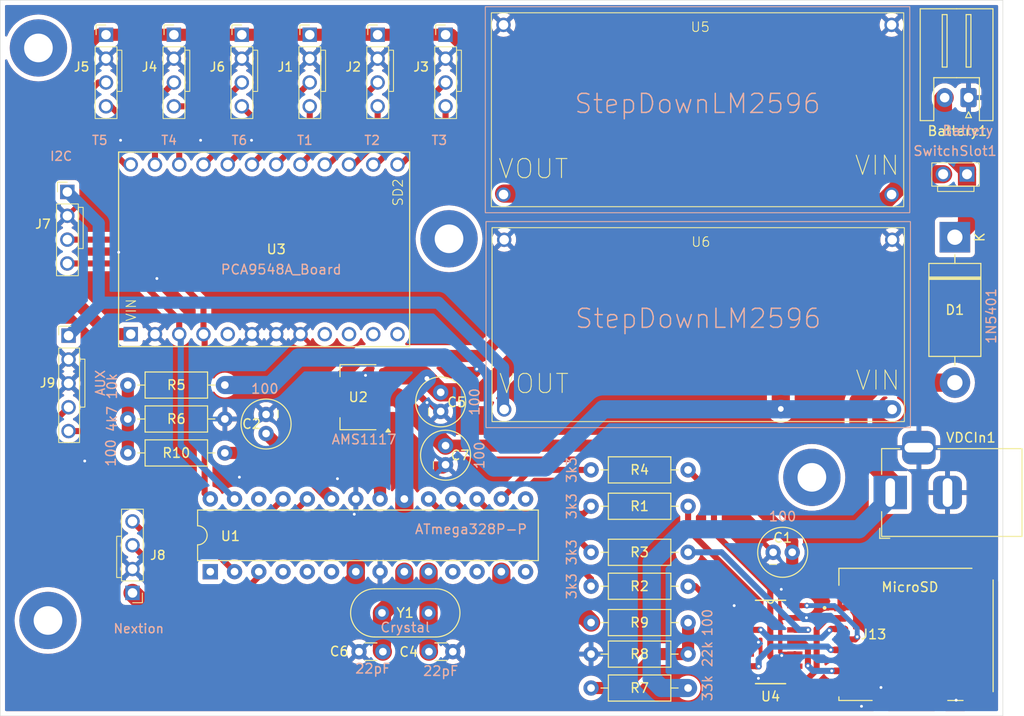
<source format=kicad_pcb>
(kicad_pcb (version 20240108) (generator "pcbnew") (generator_version "8.0")
  (layers (0 "F.Cu" signal) (31 "B.Cu" signal) (34 "B.Paste" user) (35 "F.Paste" user) (36 "B.SilkS" user "B.Silkscreen") (37 "F.SilkS" user "F.Silkscreen") (38 "B.Mask" user) (39 "F.Mask" user) (44 "Edge.Cuts" user))
  (net 0 "")
  (net 1 "Net-(D1-K)")
  (net 2 "Net-(D1-A)")
  (net 3 "3V3DC")
  (net 4 "5VDC")
  (net 5 "Chg_Indicator")
  (net 6 "Net-(U1-AREF)")
  (net 7 "Net-(U1-XTAL2{slash}PB7)")
  (net 8 "Net-(U1-XTAL1{slash}PB6)")
  (net 9 "CLK")
  (net 11 "MISO")
  (net 12 "Bat_Measure")
  (net 13 "CS")
  (net 14 "RX")
  (net 15 "TX")
  (net 16 "MOSI")
  (net 17 "AUX1")
  (net 18 "Net-(U4-B0)")
  (net 19 "Net-(U4-B1)")
  (net 20 "Net-(U4-B2)")
  (net 21 "SCL")
  (net 22 "AUX2")
  (net 23 "SDA")
  (net 24 "Net-(U4-B3)")
  (net 27 "CLK_L")
  (net 28 "MISO_L")
  (net 29 "CS_L")
  (net 30 "MOSI_L")
  (net 32 "VBatt")
  (net 33 "7V5DC")
  (net 40 "SDA2")
  (net 42 "SDA4")
  (net 43 "SCL5")
  (net 44 "SCL3")
  (net 45 "SCL0")
  (net 46 "SDA1")
  (net 47 "SDA5")
  (net 48 "SCL4")
  (net 49 "SDA3")
  (net 50 "SCL1")
  (net 51 "SCL2")
  (net 52 "SDA0")
  (net 53 "Net-(R10-Pad2)")
  (net 54 "Net-(R7-Pad2)")
  (net 59 "GND")
  (footprint "Project_Fania_Ersa:JST_B4B-XH-A_LF__SN_" (layer "F.Cu") (at 123.369315 70.205685 90)
    (property "Reference" "J6")
    (property "Value" "T6")
  )
  (footprint "Capacitor_THT:C_Disc_D3.0mm_W1.6mm_P2.50mm" (layer "F.Cu") (at 143.492315 131.105685)
    (property "Reference" "C4")
    (property "Value" "22pF")
  )
  (footprint "Project_Fania_Ersa:JST_B4B-XH-A_LF__SN_" (layer "F.Cu") (at 109.145315 70.205685 90)
    (property "Reference" "J5")
    (property "Value" "T5")
  )
  (footprint "" (layer "F.Cu") (at 183.594715 112.836685)
    (property "Reference" "")
    (property "Value" "")
  )
  (footprint "Project_Fania_Ersa:JST_B5B-XH-A_LF__SN_" (layer "F.Cu") (at 105.225 102.99 90)
    (property "Reference" "J9")
    (property "Value" "AUX")
  )
  (footprint "Project_Fania_Ersa:SOIC127P600X175-14N" (layer "F.Cu") (at 179.266315 130.089685)
    (property "Reference" "U4")
    (property "Value" "IC-SD")
  )
  (footprint "Package_DIP:DIP-28_W7.62mm" (layer "F.Cu") (at 120.592315 122.723685 90)
    (property "Reference" "U1")
    (property "Value" "ATmega328P-P")
  )
  (footprint "Project_Fania_Ersa:JST_B4B-XH-A_LF__SN_" (layer "F.Cu") (at 137.593315 70.205685 90)
    (property "Reference" "J2")
    (property "Value" "T2")
  )
  (footprint "Resistor_THT:R_Axial_DIN0207_L6.3mm_D2.5mm_P10.16mm_Horizontal" (layer "F.Cu") (at 122.116315 110.277685 180)
    (property "Reference" "R10")
    (property "Value" "100")
  )
  (footprint "Resistor_THT:R_Axial_DIN0207_L6.3mm_D2.5mm_P10.16mm_Horizontal" (layer "F.Cu") (at 122.116315 103.165685 180)
    (property "Reference" "R5")
    (property "Value" "10k")
  )
  (footprint "Project_Fania_Ersa:HRS_DM3AT-SF-PEJM5" (layer "F.Cu") (at 194.5 129.295 90)
    (property "Reference" "J13")
    (property "Value" "MicroSD")
  )
  (footprint "Capacitor_THT:C_Disc_D3.0mm_W1.6mm_P2.50mm" (layer "F.Cu") (at 138.666315 131.105685 180)
    (property "Reference" "C6")
    (property "Value" "22pF")
  )
  (footprint "Package_TO_SOT_SMD:SOT-223-3_TabPin2" (layer "F.Cu") (at 136.086315 104.435685 180)
    (property "Reference" "U2")
    (property "Value" "AMS1117")
  )
  (footprint "" (layer "F.Cu") (at 102.594715 67.836685)
    (property "Reference" "")
    (property "Value" "")
  )
  (footprint "Project_Fania_Ersa:JST_B4B-XH-A_LF__SN_" (layer "F.Cu") (at 112.972315 121.199685 -90)
    (property "Reference" "J8")
    (property "Value" "Nextion")
  )
  (footprint "Resistor_THT:R_Axial_DIN0207_L6.3mm_D2.5mm_P10.16mm_Horizontal" (layer "F.Cu") (at 160.470315 128.057685)
    (property "Reference" "R9")
    (property "Value" "100")
  )
  (footprint "Resistor_THT:R_Axial_DIN0207_L6.3mm_D2.5mm_P10.16mm_Horizontal" (layer "F.Cu") (at 160.470315 124.247685)
    (property "Reference" "R2")
    (property "Value" "3k3")
  )
  (footprint "" (layer "F.Cu") (at 145.594715 87.836685)
    (property "Reference" "")
    (property "Value" "")
  )
  (footprint "Resistor_THT:R_Axial_DIN0207_L6.3mm_D2.5mm_P10.16mm_Horizontal" (layer "F.Cu") (at 160.470315 115.865685)
    (property "Reference" "R1")
    (property "Value" "3k3")
  )
  (footprint "" (layer "F.Cu") (at 103.594715 127.836685)
    (property "Reference" "")
    (property "Value" "")
  )
  (footprint "Connector_JST:JST_XH_S2B-XH-A_1x02_P2.50mm_Horizontal" (layer "F.Cu") (at 200 73.041285 180)
    (property "Reference" "Battery1")
    (property "Value" "Battery")
  )
  (footprint "Project_Fania_Ersa:JST_B4B-XH-A_LF__SN_" (layer "F.Cu") (at 116.257315 70.205685 90)
    (property "Reference" "J4")
    (property "Value" "T4")
  )
  (footprint "Connector_BarrelJack:BarrelJack_Horizontal" (layer "F.Cu") (at 191.799 114.428 180)
    (property "Reference" "VDCIn1")
    (property "Value" "12VDC In")
  )
  (footprint "Resistor_THT:R_Axial_DIN0207_L6.3mm_D2.5mm_P10.16mm_Horizontal" (layer "F.Cu") (at 170.630315 134.915685 180)
    (property "Reference" "R7")
    (property "Value" "33k")
  )
  (footprint "Capacitor_THT:C_Radial_D5.0mm_H11.0mm_P2.00mm" (layer "F.Cu") (at 145.230315 109.515685 -90)
    (property "Reference" "C7")
    (property "Value" "100")
  )
  (footprint "Capacitor_THT:C_Radial_D5.0mm_H11.0mm_P2.00mm" (layer "F.Cu") (at 126.434315 108.245685 90)
    (property "Reference" "C2")
    (property "Value" "100")
  )
  (footprint "Resistor_THT:R_Axial_DIN0207_L6.3mm_D2.5mm_P10.16mm_Horizontal" (layer "F.Cu") (at 160.470315 120.691685)
    (property "Reference" "R3")
    (property "Value" "3k3")
  )
  (footprint "Project_Fania_Ersa:JST_B4B-XH-A_LF__SN_" (layer "F.Cu") (at 130.481315 70.205685 90)
    (property "Reference" "J1")
    (property "Value" "T1")
  )
  (footprint "Capacitor_THT:C_Radial_D5.0mm_H11.0mm_P2.00mm" (layer "F.Cu") (at 181.536315 120.691685 180)
    (property "Reference" "C1")
    (property "Value" "100")
  )
  (footprint "Resistor_THT:R_Axial_DIN0207_L6.3mm_D2.5mm_P10.16mm_Horizontal" (layer "F.Cu") (at 111.956315 106.721685)
    (property "Reference" "R6")
    (property "Value" "4k7")
  )
  (footprint "Resistor_THT:R_Axial_DIN0207_L6.3mm_D2.5mm_P10.16mm_Horizontal" (layer "F.Cu") (at 160.470315 112.055685)
    (property "Reference" "R4")
    (property "Value" "3k3")
  )
  (footprint "Project_Fania_Ersa:JST_B2B-XH-A" (layer "F.Cu") (at 198.590315 80.542685)
    (property "Reference" "SwitchSlot1")
    (property "Value" "Switch")
  )
  (footprint "Project_Fania_Ersa:JST_B4B-XH-A_LF__SN_" (layer "F.Cu") (at 105.098315 86.675685 90)
    (property "Reference" "J7")
    (property "Value" "I2C")
  )
  (footprint "Project_Fania_Ersa:JST_B4B-XH-A_LF__SN_" (layer "F.Cu") (at 144.705315 70.205685 90)
    (property "Reference" "J3")
    (property "Value" "T3")
  )
  (footprint "Resistor_THT:R_Axial_DIN0207_L6.3mm_D2.5mm_P10.16mm_Horizontal" (layer "F.Cu") (at 170.630315 131.359685 180)
    (property "Reference" "R8")
    (property "Value" "22k")
  )
  (footprint "Capacitor_THT:C_Radial_D5.0mm_H11.0mm_P2.00mm" (layer "F.Cu") (at 144.722315 103.927685 -90)
    (property "Reference" "C5")
    (property "Value" "100")
  )
  (footprint "Crystal:Crystal_HC49-4H_Vertical" (layer "F.Cu") (at 143.452315 127.041685 180)
    (property "Reference" "Y1")
    (property "Value" "Crystal")
  )
  (footprint "Project_Fania_Ersa:PCA9548A" (layer "F.Cu") (at 127.5 88.941685 90)
    (property "Reference" "U3")
    (property "Value" "PCA9548A_Board")
  )
  (footprint "Project_Fania_Ersa:Step_Down_DCDC" (layer "F.Cu") (at 171.62 74.31)
    (property "Reference" "U5")
    (property "Value" "StepDownLM2596")
  )
  (footprint "Project_Fania_Ersa:Step_Down_DCDC" (layer "F.Cu") (at 171.69 96.83)
    (property "Reference" "U6")
    (property "Value" "StepDownLM2596")
  )
  (footprint "Diode_THT:D_DO-201AD_P15.24mm_Horizontal" (layer "F.Cu") (at 198.570315 87.671685 -90)
    (property "Reference" "D1")
    (property "Value" "1N5401")
  )
  (gr_rect (start 98.594715 62.836685) (end 203.594715 137.836685) (stroke (width 0.05)) (fill none) (layer "Edge.Cuts"))
  (segment (start 197.5 73.041285) (end 197.320315 73.22097) (width 1.905) (layer "F.Cu") (net 1))
  (segment (start 198.570315 87.671685) (end 199.840315 86.401685) (width 1.905) (layer "F.Cu") (net 1))
  (segment (start 199.840315 86.401685) (end 199.840315 81.067685) (width 1.905) (layer "F.Cu") (net 1))
  (segment (start 197.320315 73.22097) (end 197.320315 78.070765) (width 1.905) (layer "F.Cu") (net 1))
  (segment (start 197.320315 78.070765) (end 199.840315 80.590765) (width 1.905) (layer "F.Cu") (net 1))
  (segment (start 199.840315 80.590765) (end 199.840315 81.067685) (width 1.905) (layer "F.Cu") (net 1))
  (segment (start 198.570315 102.911685) (end 198.088315 102.911685) (width 1.27) (layer "F.Cu") (net 2))
  (segment (start 198.570315 102.911685) (end 190.458315 102.911685) (width 1.905) (layer "F.Cu") (net 2))
  (segment (start 192.09 113.477) (end 192.09 115.065) (width 1.905) (layer "F.Cu") (net 2))
  (segment (start 188.468 104.902) (end 188.468 109.855) (width 1.905) (layer "F.Cu") (net 2))
  (segment (start 190.458315 102.911685) (end 188.468 104.902) (width 1.905) (layer "F.Cu") (net 2))
  (segment (start 188.468 109.855) (end 192.09 113.477) (width 1.905) (layer "F.Cu") (net 2))
  (segment (start 188.506315 118.278685) (end 191.799 114.986) (width 1.905) (layer "B.Cu") (net 2))
  (segment (start 170.630315 134.915685) (end 167.836315 134.915685) (width 1.905) (layer "B.Cu") (net 2))
  (segment (start 167.836315 134.915685) (end 166.820315 133.899685) (width 1.905) (layer "B.Cu") (net 2))
  (segment (start 166.820315 121.740433) (end 170.282063 118.278685) (width 1.905) (layer "B.Cu") (net 2))
  (segment (start 170.282063 118.278685) (end 188.506315 118.278685) (width 1.905) (layer "B.Cu") (net 2))
  (segment (start 191.799 114.986) (end 191.799 114.428) (width 1.905) (layer "B.Cu") (net 2))
  (segment (start 166.820315 133.899685) (end 166.820315 121.740433) (width 1.905) (layer "B.Cu") (net 2))
  (segment (start 145.230315 109.515685) (end 171.491685 109.515685) (width 1.27) (layer "F.Cu") (net 3))
  (segment (start 188.341 129.55) (end 188.341 129.60163) (width 0.635) (layer "F.Cu") (net 3))
  (segment (start 147.770315 82.746315) (end 150.604 85.58) (width 1.27) (layer "F.Cu") (net 3))
  (segment (start 147.770315 68.367685) (end 147.770315 82.746315) (width 1.27) (layer "F.Cu") (net 3))
  (segment (start 103.320315 74.359685) (end 103.320315 91.227685) (width 1.27) (layer "F.Cu") (net 3))
  (segment (start 145.230315 66.455685) (end 145.858315 66.455685) (width 1.27) (layer "F.Cu") (net 3))
  (segment (start 181.806315 126.279685) (end 183.076315 126.279685) (width 0.508) (layer "F.Cu") (net 3))
  (segment (start 181.536315 120.691685) (end 181.536315 126.009685) (width 1.27) (layer "F.Cu") (net 3))
  (segment (start 140.150315 104.435685) (end 145.230315 109.515685) (width 1.905) (layer "F.Cu") (net 3))
  (segment (start 108.844315 66.455685) (end 107.73 67.57) (width 1.27) (layer "F.Cu") (net 3))
  (segment (start 152.41 85.58) (end 155 88.17) (width 1.27) (layer "F.Cu") (net 3))
  (segment (start 132.936315 104.435685) (end 139.236315 104.435685) (width 1.905) (layer "F.Cu") (net 3))
  (segment (start 108.96007 66.455685) (end 108.844315 66.455685) (width 0.508) (layer "F.Cu") (net 3))
  (segment (start 109.670315 66.455685) (end 108.96007 66.455685) (width 1.27) (layer "F.Cu") (net 3))
  (segment (start 150.604 85.58) (end 152.41 85.58) (width 1.27) (layer "F.Cu") (net 3))
  (segment (start 155 94.11) (end 148.992315 100.117685) (width 1.27) (layer "F.Cu") (net 3))
  (segment (start 145.858315 66.455685) (end 147.770315 68.367685) (width 1.27) (layer "F.Cu") (net 3))
  (segment (start 139.236315 104.435685) (end 140.150315 104.435685) (width 1.905) (layer "F.Cu") (net 3))
  (segment (start 155 88.17) (end 155 94.11) (width 1.27) (layer "F.Cu") (net 3))
  (segment (start 148.992315 100.117685) (end 136.492315 100.117685) (width 1.27) (layer "F.Cu") (net 3))
  (segment (start 181.536315 119.560315) (end 181.536315 120.691685) (width 1.27) (layer "F.Cu") (net 3))
  (segment (start 109.924315 97.831685) (end 112.26 97.831685) (width 1.27) (layer "F.Cu") (net 3))
  (segment (start 136.492315 100.117685) (end 132.936315 103.673685) (width 1.27) (layer "F.Cu") (net 3))
  (segment (start 187.093 129.82) (end 187.084 129.829) (width 0.635) (layer "F.Cu") (net 3))
  (segment (start 103.320315 91.227685) (end 109.924315 97.831685) (width 1.27) (layer "F.Cu") (net 3))
  (segment (start 107.73 67.57) (end 107.73 69.95) (width 1.27) (layer "F.Cu") (net 3))
  (segment (start 188.341 129.60163) (end 188.12263 129.82) (width 0.635) (layer "F.Cu") (net 3))
  (segment (start 171.491685 109.515685) (end 181.536315 119.560315) (width 1.27) (layer "F.Cu") (net 3))
  (segment (start 188.12263 129.82) (end 187.093 129.82) (width 0.635) (layer "F.Cu") (net 3))
  (segment (start 109.670315 66.455685) (end 145.230315 66.455685) (width 1.27) (layer "F.Cu") (net 3))
  (segment (start 107.73 69.95) (end 103.320315 74.359685) (width 1.27) (layer "F.Cu") (net 3))
  (via (at 183.076315 126.279685) (size 0.6) (drill 0.3) (layers "F.Cu" "B.Cu") (net 3))
  (via (at 188.341 129.55) (size 0.6) (drill 0.3) (layers "F.Cu" "B.Cu") (net 3))
  (segment (start 188.341 129.55) (end 188.341 128.651) (width 0.508) (layer "B.Cu") (net 3))
  (segment (start 188.341 128.651) (end 185.969685 126.279685) (width 0.508) (layer "B.Cu") (net 3))
  (segment (start 185.969685 126.279685) (end 183.076315 126.279685) (width 0.508) (layer "B.Cu") (net 3))
  (segment (start 113.469315 125.971685) (end 113.469315 126.014685) (width 1.905) (layer "F.Cu") (net 4))
  (segment (start 135.832315 123.485685) (end 135.832315 122.723685) (width 1.905) (layer "F.Cu") (net 4))
  (segment (start 149.032315 103.927685) (end 158.06 94.9) (width 1.905) (layer "F.Cu") (net 4))
  (segment (start 137.069567 119.167685) (end 139.642315 119.167685) (width 1.905) (layer "F.Cu") (net 4))
  (segment (start 131.260315 128.057685) (end 135.832315 123.485685) (width 1.905) (layer "F.Cu") (net 4))
  (segment (start 135.832315 120.404937) (end 137.069567 119.167685) (width 1.905) (layer "F.Cu") (net 4))
  (segment (start 143.28 102.48537) (end 144.722315 103.927685) (width 1.905) (layer "F.Cu") (net 4))
  (segment (start 113.469315 126.014685) (end 115.512315 128.057685) (width 1.905) (layer "F.Cu") (net 4))
  (segment (start 143.28 102.48537) (end 142.944315 102.149685) (width 1.905) (layer "F.Cu") (net 4))
  (segment (start 135.832315 122.723685) (end 135.832315 120.404937) (width 1.905) (layer "F.Cu") (net 4))
  (segment (start 158.06 94.9) (end 158.06 87.08) (width 1.905) (layer "F.Cu") (net 4))
  (segment (start 144.722315 103.927685) (end 149.032315 103.927685) (width 1.905) (layer "F.Cu") (net 4))
  (segment (start 139.250315 102.149685) (end 139.236315 102.135685) (width 1.905) (layer "F.Cu") (net 4))
  (segment (start 140.912315 117.897685) (end 140.912315 115.103685) (width 1.905) (layer "F.Cu") (net 4))
  (segment (start 115.512315 128.057685) (end 131.260315 128.057685) (width 1.905) (layer "F.Cu") (net 4))
  (segment (start 139.642315 119.167685) (end 140.912315 117.897685) (width 1.905) (layer "F.Cu") (net 4))
  (segment (start 158.06 87.08) (end 154.079685 83.099685) (width 1.905) (layer "F.Cu") (net 4))
  (segment (start 112.447315 124.949685) (end 113.469315 125.971685) (width 1.905) (layer "F.Cu") (net 4))
  (segment (start 154.079685 83.099685) (end 151.36 83.099685) (width 1.905) (layer "F.Cu") (net 4))
  (segment (start 142.944315 102.149685) (end 139.250315 102.149685) (width 1.905) (layer "F.Cu") (net 4))
  (via (at 143.28 102.48537) (size 1) (drill 0.5) (layers "F.Cu" "B.Cu") (net 4))
  (segment (start 143.28 102.48537) (end 140.912315 104.853055) (width 1.905) (layer "B.Cu") (net 4))
  (segment (start 140.912315 104.853055) (end 140.912315 115.103685) (width 1.905) (layer "B.Cu") (net 4))
  (segment (start 160.470315 128.057685) (end 159.708315 127.295685) (width 1.905) (layer "F.Cu") (net 5))
  (segment (start 151.072315 123.855055) (end 151.072315 122.723685) (width 1.905) (layer "F.Cu") (net 5))
  (segment (start 159.708315 127.295685) (end 154.512945 127.295685) (width 1.905) (layer "F.Cu") (net 5))
  (segment (start 154.512945 127.295685) (end 151.072315 123.855055) (width 1.905) (layer "F.Cu") (net 5))
  (segment (start 126.434315 108.245685) (end 128.974315 110.785685) (width 1.27) (layer "F.Cu") (net 6))
  (segment (start 135.315685 110.785685) (end 138.372315 113.842315) (width 1.27) (layer "F.Cu") (net 6))
  (segment (start 138.372315 113.842315) (end 138.372315 115.103685) (width 1.27) (layer "F.Cu") (net 6))
  (segment (start 128.974315 110.785685) (end 135.315685 110.785685) (width 1.27) (layer "F.Cu") (net 6))
  (segment (start 143.452315 127.041685) (end 143.452315 131.065685) (width 1.905) (layer "F.Cu") (net 7))
  (segment (start 143.452315 131.065685) (end 143.492315 131.105685) (width 1.905) (layer "F.Cu") (net 7))
  (segment (start 143.452315 127.041685) (end 143.452315 122.723685) (width 1.905) (layer "F.Cu") (net 7))
  (segment (start 140.912315 124.701685) (end 138.572315 127.041685) (width 1.905) (layer "F.Cu") (net 8))
  (segment (start 140.912315 122.723685) (end 140.912315 124.701685) (width 1.905) (layer "F.Cu") (net 8))
  (segment (start 138.572315 131.011685) (end 138.666315 131.105685) (width 1.905) (layer "F.Cu") (net 8))
  (segment (start 138.572315 127.041685) (end 138.572315 131.011685) (width 1.905) (layer "F.Cu") (net 8))
  (segment (start 160.470315 123.485685) (end 160.470315 124.247685) (width 0.635) (layer "F.Cu") (net 9))
  (segment (start 156.152315 119.167685) (end 160.470315 123.485685) (width 0.635) (layer "F.Cu") (net 9))
  (segment (start 143.452315 115.103685) (end 147.516315 119.167685) (width 0.635) (layer "F.Cu") (net 9))
  (segment (start 147.516315 119.167685) (end 156.152315 119.167685) (width 0.635) (layer "F.Cu") (net 9))
  (segment (start 157.676315 117.897685) (end 160.470315 120.691685) (width 0.635) (layer "F.Cu") (net 11))
  (segment (start 145.992315 115.103685) (end 148.786315 117.897685) (width 0.635) (layer "F.Cu") (net 11))
  (segment (start 148.786315 117.897685) (end 157.676315 117.897685) (width 0.635) (layer "F.Cu") (net 11))
  (segment (start 122.116315 110.277685) (end 124.402315 110.277685) (width 1.27) (layer "F.Cu") (net 12))
  (segment (start 126.942315 112.817685) (end 131.006315 112.817685) (width 1.27) (layer "F.Cu") (net 12))
  (segment (start 124.402315 110.277685) (end 126.942315 112.817685) (width 1.27) (layer "F.Cu") (net 12))
  (segment (start 131.006315 112.817685) (end 133.292315 115.103685) (width 1.27) (layer "F.Cu") (net 12))
  (segment (start 160.470315 112.055685) (end 154.120315 112.055685) (width 0.635) (layer "F.Cu") (net 13))
  (segment (start 154.120315 112.055685) (end 151.072315 115.103685) (width 0.635) (layer "F.Cu") (net 13))
  (segment (start 114.419315 119.421685) (end 119.830315 119.421685) (width 0.635) (layer "F.Cu") (net 14))
  (segment (start 119.830315 119.421685) (end 123.132315 122.723685) (width 0.635) (layer "F.Cu") (net 14))
  (segment (start 112.447315 117.449685) (end 114.419315 119.421685) (width 0.635) (layer "F.Cu") (net 14))
  (segment (start 125.672315 123.231685) (end 125.672315 122.723685) (width 0.635) (layer "F.Cu") (net 15))
  (segment (start 112.447315 119.949685) (end 116.999315 124.501685) (width 0.635) (layer "F.Cu") (net 15))
  (segment (start 116.999315 124.501685) (end 124.402315 124.501685) (width 0.635) (layer "F.Cu") (net 15))
  (segment (start 124.402315 124.501685) (end 125.672315 123.231685) (width 0.635) (layer "F.Cu") (net 15))
  (segment (start 148.532315 115.103685) (end 150.094314 116.665684) (width 0.635) (layer "F.Cu") (net 16))
  (segment (start 150.094314 116.665684) (end 159.670316 116.665684) (width 0.635) (layer "F.Cu") (net 16))
  (segment (start 159.670316 116.665684) (end 160.470315 115.865685) (width 0.635) (layer "F.Cu") (net 16))
  (segment (start 115.258315 118.151685) (end 115.258315 118.052315) (width 0.635) (layer "F.Cu") (net 17))
  (segment (start 130.752315 115.103685) (end 127.704315 118.151685) (width 0.635) (layer "F.Cu") (net 17))
  (segment (start 105.664 105.576) (end 105.664 105.417) (width 0.635) (layer "F.Cu") (net 17))
  (segment (start 115.258315 118.052315) (end 109.728 112.522) (width 0.635) (layer "F.Cu") (net 17))
  (segment (start 104.14 110.49) (end 104.14 107.1) (width 0.635) (layer "F.Cu") (net 17))
  (segment (start 106.172 112.522) (end 104.14 110.49) (width 0.635) (layer "F.Cu") (net 17))
  (segment (start 127.704315 118.151685) (end 115.258315 118.151685) (width 0.635) (layer "F.Cu") (net 17))
  (segment (start 109.728 112.522) (end 106.172 112.522) (width 0.635) (layer "F.Cu") (net 17))
  (segment (start 104.14 107.1) (end 105.664 105.576) (width 0.635) (layer "F.Cu") (net 17))
  (segment (start 170.630315 118.330315) (end 178.2 125.9) (width 0.635) (layer "F.Cu") (net 18))
  (segment (start 170.630315 115.865685) (end 170.630315 118.330315) (width 0.635) (layer "F.Cu") (net 18))
  (segment (start 178.2 127.1682) (end 177.818515 127.549685) (width 0.635) (layer "F.Cu") (net 18))
  (segment (start 177.818515 127.549685) (end 176.726315 127.549685) (width 0.635) (layer "F.Cu") (net 18))
  (segment (start 178.2 125.9) (end 178.2 127.1682) (width 0.635) (layer "F.Cu") (net 18))
  (segment (start 174.186315 127.041685) (end 174.186315 129.664185) (width 0.635) (layer "F.Cu") (net 19))
  (segment (start 171.392315 124.247685) (end 174.186315 127.041685) (width 0.635) (layer "F.Cu") (net 19))
  (segment (start 170.630315 124.247685) (end 171.392315 124.247685) (width 0.635) (layer "F.Cu") (net 19))
  (segment (start 174.186315 129.664185) (end 175.881815 131.359685) (width 0.635) (layer "F.Cu") (net 19))
  (segment (start 175.881815 131.359685) (end 176.726315 131.359685) (width 0.635) (layer "F.Cu") (net 19))
  (segment (start 183.203315 128.819685) (end 182.949315 128.819685) (width 0.635) (layer "F.Cu") (net 20))
  (segment (start 181.806315 128.819685) (end 183.203315 128.819685) (width 0.635) (layer "F.Cu") (net 20))
  (via (at 183.203315 128.819685) (size 0.6) (drill 0.3) (layers "F.Cu" "B.Cu") (net 20))
  (segment (start 174.131685 120.691685) (end 170.630315 120.691685) (width 0.635) (layer "B.Cu") (net 20))
  (segment (start 183.203315 128.819685) (end 182.259685 128.819685) (width 0.635) (layer "B.Cu") (net 20))
  (segment (start 182.259685 128.819685) (end 174.131685 120.691685) (width 0.635) (layer "B.Cu") (net 20))
  (segment (start 120 97.951685) (end 120 114.51137) (width 0.635) (layer "F.Cu") (net 21))
  (segment (start 112.925685 87.925685) (end 119.88 94.88) (width 0.635) (layer "F.Cu") (net 21))
  (segment (start 120 114.51137) (end 120.592315 115.103685) (width 0.635) (layer "F.Cu") (net 21))
  (segment (start 105.623315 87.925685) (end 112.925685 87.925685) (width 0.635) (layer "F.Cu") (net 21))
  (segment (start 119.88 97.831685) (end 120 97.951685) (width 0.635) (layer "F.Cu") (net 21))
  (segment (start 119.88 94.88) (end 119.88 97.831685) (width 0.635) (layer "F.Cu") (net 21))
  (segment (start 107.078313 107.99) (end 105.737 107.99) (width 0.635) (layer "F.Cu") (net 22))
  (segment (start 126.507315 116.808685) (end 115.896998 116.808685) (width 0.635) (layer "F.Cu") (net 22))
  (segment (start 128.212315 115.103685) (end 126.507315 116.808685) (width 0.635) (layer "F.Cu") (net 22))
  (segment (start 115.896998 116.808685) (end 107.078313 107.99) (width 0.635) (layer "F.Cu") (net 22))
  (segment (start 105.737 107.99) (end 105.664 107.917) (width 0.635) (layer "F.Cu") (net 22))
  (segment (start 111.408315 90.425685) (end 117.34 96.35737) (width 0.635) (layer "F.Cu") (net 23))
  (segment (start 117.34 96.35737) (end 117.34 97.831685) (width 0.635) (layer "F.Cu") (net 23))
  (segment (start 105.623315 90.425685) (end 111.408315 90.425685) (width 0.635) (layer "F.Cu") (net 23))
  (segment (start 117.5 97.991685) (end 117.5 109.47137) (width 0.635) (layer "B.Cu") (net 23))
  (segment (start 117.34 97.831685) (end 117.5 97.991685) (width 0.635) (layer "B.Cu") (net 23))
  (segment (start 117.5 109.47137) (end 123.132315 115.103685) (width 0.635) (layer "B.Cu") (net 23))
  (segment (start 173.08 114.22) (end 173.34 114.48) (width 0.635) (layer "F.Cu") (net 24))
  (segment (start 179.24 131.58737) (end 180.282315 132.629685) (width 0.635) (layer "F.Cu") (net 24))
  (segment (start 172.79463 114.22) (end 173.08 114.22) (width 0.635) (layer "F.Cu") (net 24))
  (segment (start 173.34 114.48) (end 173.34 118.61) (width 0.635) (layer "F.Cu") (net 24))
  (segment (start 173.34 118.61) (end 179.24 124.51) (width 0.635) (layer "F.Cu") (net 24))
  (segment (start 179.24 124.51) (end 179.24 131.58737) (width 0.635) (layer "F.Cu") (net 24))
  (segment (start 170.630315 112.055685) (end 172.79463 114.22) (width 0.635) (layer "F.Cu") (net 24))
  (segment (start 180.282315 132.629685) (end 181.806315 132.629685) (width 0.635) (layer "F.Cu") (net 24))
  (segment (start 176.726315 132.629685) (end 177.742315 132.629685) (width 0.635) (layer "F.Cu") (net 27))
  (segment (start 177.742315 132.629685) (end 178.021715 132.655085) (width 0.635) (layer "F.Cu") (net 27))
  (segment (start 187.075 130.92) (end 187.084 130.929) (width 0.635) (layer "F.Cu") (net 27))
  (segment (start 185.5722 130.92) (end 187.075 130.92) (width 0.635) (layer "F.Cu") (net 27))
  (segment (start 177.793115 132.629685) (end 177.767715 132.629685) (width 0.635) (layer "F.Cu") (net 27))
  (segment (start 178.021715 132.655085) (end 177.793115 132.629685) (width 0.635) (layer "F.Cu") (net 27))
  (via (at 185.5722 130.92) (size 0.6) (drill 0.3) (layers "F.Cu" "B.Cu") (net 27))
  (via (at 178.021715 132.655085) (size 0.6) (drill 0.3) (layers "F.Cu" "B.Cu") (net 27))
  (segment (start 185.224485 130.572285) (end 179.367915 130.572285) (width 0.635) (layer "B.Cu") (net 27))
  (segment (start 179.367915 130.572285) (end 178.021715 131.918485) (width 0.635) (layer "B.Cu") (net 27))
  (segment (start 185.5722 130.92) (end 185.224485 130.572285) (width 0.635) (layer "B.Cu") (net 27))
  (segment (start 178.021715 131.918485) (end 178.021715 132.655085) (width 0.635) (layer "B.Cu") (net 27))
  (segment (start 187.075 133.12) (end 187.084 133.129) (width 0.635) (layer "F.Cu") (net 28))
  (segment (start 185.674 133.12) (end 187.075 133.12) (width 0.635) (layer "F.Cu") (net 28))
  (segment (start 182.650815 130.089685) (end 181.806315 130.089685) (width 0.635) (layer "F.Cu") (net 28))
  (segment (start 183.177915 132.578885) (end 183.177915 130.616785) (width 0.635) (layer "F.Cu") (net 28))
  (segment (start 183.177915 130.616785) (end 182.650815 130.089685) (width 0.635) (layer "F.Cu") (net 28))
  (via (at 183.177915 132.578885) (size 0.6) (drill 0.3) (layers "F.Cu" "B.Cu") (net 28))
  (via (at 185.674 133.12) (size 0.6) (drill 0.3) (layers "F.Cu" "B.Cu") (net 28))
  (segment (start 185.674 133.12) (end 183.71903 133.12) (width 0.635) (layer "B.Cu") (net 28))
  (segment (start 183.71903 133.12) (end 183.177915 132.578885) (width 0.635) (layer "B.Cu") (net 28))
  (segment (start 184.092315 128.729462) (end 184.092315 133.010685) (width 0.635) (layer "F.Cu") (net 29))
  (segment (start 187.084 127.629) (end 185.192777 127.629) (width 0.635) (layer "F.Cu") (net 29))
  (segment (start 185.192777 127.629) (end 184.092315 128.729462) (width 0.635) (layer "F.Cu") (net 29))
  (segment (start 184.092315 133.010685) (end 183.203315 133.899685) (width 0.635) (layer "F.Cu") (net 29))
  (segment (start 183.203315 133.899685) (end 181.806315 133.899685) (width 0.635) (layer "F.Cu") (net 29))
  (segment (start 185.422315 128.879685) (end 185.582 128.72) (width 0.635) (layer "F.Cu") (net 30))
  (segment (start 178.250315 128.819685) (end 177.996315 128.819685) (width 0.635) (layer "F.Cu") (net 30))
  (segment (start 187.075 128.72) (end 187.084 128.729) (width 0.635) (layer "F.Cu") (net 30))
  (segment (start 185.582 128.72) (end 187.075 128.72) (width 0.635) (layer "F.Cu") (net 30))
  (segment (start 176.726315 128.819685) (end 178.250315 128.819685) (width 0.635) (layer "F.Cu") (net 30))
  (via (at 178.250315 128.819685) (size 0.6) (drill 0.3) (layers "F.Cu" "B.Cu") (net 30))
  (via (at 185.422315 128.879685) (size 0.6) (drill 0.3) (layers "F.Cu" "B.Cu") (net 30))
  (segment (start 179.085315 129.654685) (end 178.250315 128.819685) (width 0.635) (layer "B.Cu") (net 30))
  (segment (start 184.647315 129.654685) (end 179.085315 129.654685) (width 0.635) (layer "B.Cu") (net 30))
  (segment (start 185.422315 128.879685) (end 184.647315 129.654685) (width 0.635) (layer "B.Cu") (net 30))
  (segment (start 194.226915 81.118485) (end 193.9812 81.118485) (width 1.905) (layer "F.Cu") (net 32))
  (segment (start 194.176115 81.067685) (end 194.226915 81.118485) (width 1.905) (layer "F.Cu") (net 32))
  (segment (start 197.340315 81.067685) (end 194.176115 81.067685) (width 1.905) (layer "F.Cu") (net 32))
  (segment (start 192 83.099685) (end 180.34 94.759685) (width 1.905) (layer "F.Cu") (net 32))
  (segment (start 193.9812 81.118485) (end 192 83.099685) (width 1.905) (layer "F.Cu") (net 32))
  (segment (start 180.34 94.759685) (end 180.34 105.664) (width 1.905) (layer "F.Cu") (net 32))
  (via (at 180.34 105.664) (size 1.2) (drill 0.6) (layers "F.Cu" "B.Cu") (net 32))
  (segment (start 122.116315 103.165685) (end 126.942315 103.165685) (width 1.905) (layer "B.Cu") (net 32))
  (segment (start 180.298315 105.705685) (end 180.34 105.664) (width 1.905) (layer "B.Cu") (net 32))
  (segment (start 147.770315 102.930315) (end 147.770315 109.261685) (width 1.905) (layer "B.Cu") (net 32))
  (segment (start 150.310315 111.801685) (end 155.644315 111.801685) (width 1.905) (layer "B.Cu") (net 32))
  (segment (start 145.12 100.28) (end 147.770315 102.930315) (width 1.905) (layer "B.Cu") (net 32))
  (segment (start 180.381685 105.705685) (end 192 105.705685) (width 1.905) (layer "B.Cu") (net 32))
  (segment (start 180.34 105.664) (end 180.381685 105.705685) (width 1.905) (layer "B.Cu") (net 32))
  (segment (start 129.828 100.28) (end 145.12 100.28) (width 1.905) (layer "B.Cu") (net 32))
  (segment (start 155.644315 111.801685) (end 161.740315 105.705685) (width 1.905) (layer "B.Cu") (net 32))
  (segment (start 161.740315 105.705685) (end 180.298315 105.705685) (width 1.905) (layer "B.Cu") (net 32))
  (segment (start 147.770315 109.261685) (end 150.310315 111.801685) (width 1.905) (layer "B.Cu") (net 32))
  (segment (start 126.942315 103.165685) (end 129.828 100.28) (width 1.905) (layer "B.Cu") (net 32))
  (segment (start 105.623315 82.925685) (end 108.908315 86.210685) (width 1.27) (layer "B.Cu") (net 33))
  (segment (start 108.908315 94.649685) (end 109.028315 94.529685) (width 1.27) (layer "B.Cu") (net 33))
  (segment (start 151.257 105.602685) (end 151.36 105.705685) (width 1.27) (layer "B.Cu") (net 33))
  (segment (start 109.028315 94.529685) (end 109.028315 94.711685) (width 1.27) (layer "B.Cu") (net 33))
  (segment (start 151.257 101.31837) (end 151.257 105.602685) (width 1.27) (layer "B.Cu") (net 33))
  (segment (start 109.028315 94.711685) (end 105.823 97.917) (width 1.27) (layer "B.Cu") (net 33))
  (segment (start 109.028315 94.529685) (end 144.468315 94.529685) (width 1.27) (layer "B.Cu") (net 33))
  (segment (start 108.908315 86.210685) (end 108.908315 94.649685) (width 1.27) (layer "B.Cu") (net 33))
  (segment (start 144.468315 94.529685) (end 151.257 101.31837) (width 1.27) (layer "B.Cu") (net 33))
  (segment (start 105.823 97.917) (end 105.664 97.917) (width 1.27) (layer "B.Cu") (net 33))
  (segment (start 145.230315 75.382685) (end 140.561315 80.051685) (width 0.635) (layer "F.Cu") (net 40))
  (segment (start 140.561315 80.051685) (end 140.2 80.051685) (width 0.635) (layer "F.Cu") (net 40))
  (segment (start 145.230315 73.955685) (end 145.230315 75.382685) (width 0.635) (layer "F.Cu") (net 40))
  (segment (start 110.178315 73.955685) (end 114.8 78.57737) (width 0.635) (layer "F.Cu") (net 42))
  (segment (start 114.8 78.57737) (end 114.8 80.051685) (width 0.635) (layer "F.Cu") (net 42))
  (segment (start 109.670315 73.955685) (end 110.178315 73.955685) (width 0.635) (layer "F.Cu") (net 42))
  (segment (start 122.116315 74.717685) (end 123.894315 76.495685) (width 0.635) (layer "F.Cu") (net 43))
  (segment (start 122.116315 73.233685) (end 122.116315 74.717685) (width 0.635) (layer "F.Cu") (net 43))
  (segment (start 123.894315 71.455685) (end 122.116315 73.233685) (width 0.635) (layer "F.Cu") (net 43))
  (segment (start 123.894315 78.57737) (end 122.42 80.051685) (width 0.635) (layer "F.Cu") (net 43))
  (segment (start 123.894315 76.495685) (end 123.894315 78.57737) (width 0.635) (layer "F.Cu") (net 43))
  (segment (start 114.750315 73.487685) (end 114.750315 74.971685) (width 0.635) (layer "F.Cu") (net 44))
  (segment (start 114.750315 74.971685) (end 117.34 77.56137) (width 0.635) (layer "F.Cu") (net 44))
  (segment (start 117.34 77.56137) (end 117.34 80.051685) (width 0.635) (layer "F.Cu") (net 44))
  (segment (start 116.782315 71.455685) (end 114.750315 73.487685) (width 0.635) (layer "F.Cu") (net 44))
  (segment (start 128.974315 78.57737) (end 127.5 80.051685) (width 0.635) (layer "F.Cu") (net 45))
  (segment (start 131.006315 71.455685) (end 128.974315 73.487685) (width 0.635) (layer "F.Cu") (net 45))
  (segment (start 128.974315 73.487685) (end 128.974315 78.57737) (width 0.635) (layer "F.Cu") (net 45))
  (segment (start 135.62 80.051685) (end 135.12 80.051685) (width 0.635) (layer "F.Cu") (net 46))
  (segment (start 138.118315 77.55337) (end 135.62 80.051685) (width 0.635) (layer "F.Cu") (net 46))
  (segment (start 138.118315 73.955685) (end 138.118315 77.55337) (width 0.635) (layer "F.Cu") (net 46))
  (segment (start 126.434315 76.495685) (end 126.434315 78.57737) (width 0.635) (layer "F.Cu") (net 47))
  (segment (start 123.894315 73.955685) (end 126.434315 76.495685) (width 0.635) (layer "F.Cu") (net 47))
  (segment (start 126.434315 78.57737) (end 124.96 80.051685) (width 0.635) (layer "F.Cu") (net 47))
  (segment (start 107.892315 72.431685) (end 107.892315 76.241685) (width 0.635) (layer "F.Cu") (net 48))
  (segment (start 111.702315 80.051685) (end 112.26 80.051685) (width 0.635) (layer "F.Cu") (net 48))
  (segment (start 107.892315 76.241685) (end 111.702315 80.051685) (width 0.635) (layer "F.Cu") (net 48))
  (segment (start 108.868315 71.455685) (end 107.892315 72.431685) (width 0.635) (layer "F.Cu") (net 48))
  (segment (start 109.670315 71.455685) (end 108.868315 71.455685) (width 0.635) (layer "F.Cu") (net 48))
  (segment (start 116.782315 73.955685) (end 119.068315 73.955685) (width 0.635) (layer "F.Cu") (net 49))
  (segment (start 121.354315 76.241685) (end 121.354315 78.57737) (width 0.635) (layer "F.Cu") (net 49))
  (segment (start 121.354315 78.57737) (end 119.88 80.051685) (width 0.635) (layer "F.Cu") (net 49))
  (segment (start 119.068315 73.955685) (end 121.354315 76.241685) (width 0.635) (layer "F.Cu") (net 49))
  (segment (start 138.118315 71.455685) (end 136.340315 73.233685) (width 0.635) (layer "F.Cu") (net 50))
  (segment (start 136.340315 73.233685) (end 136.340315 76.659685) (width 0.635) (layer "F.Cu") (net 50))
  (segment (start 136.340315 76.659685) (end 132.948315 80.051685) (width 0.635) (layer "F.Cu") (net 50))
  (segment (start 132.948315 80.051685) (end 132.58 80.051685) (width 0.635) (layer "F.Cu") (net 50))
  (segment (start 143.452315 73.233685) (end 143.452315 74.547685) (width 0.635) (layer "F.Cu") (net 51))
  (segment (start 143.452315 74.547685) (end 137.948315 80.051685) (width 0.635) (layer "F.Cu") (net 51))
  (segment (start 145.230315 71.455685) (end 143.452315 73.233685) (width 0.635) (layer "F.Cu") (net 51))
  (segment (start 137.948315 80.051685) (end 137.66 80.051685) (width 0.635) (layer "F.Cu") (net 51))
  (segment (start 131.006315 79.08537) (end 130.04 80.051685) (width 0.635) (layer "F.Cu") (net 52))
  (segment (start 131.006315 73.955685) (end 131.006315 79.08537) (width 0.635) (layer "F.Cu") (net 52))
  (segment (start 111.956315 103.165685) (end 111.956315 110.277685) (width 1.27) (layer "F.Cu") (net 53))
  (segment (start 170.630315 131.359685) (end 167.328315 131.359685) (width 1.27) (layer "F.Cu") (net 54))
  (segment (start 163.772315 134.915685) (end 160.470315 134.915685) (width 1.27) (layer "F.Cu") (net 54))
  (segment (start 170.630315 128.057685) (end 170.630315 131.359685) (width 1.27) (layer "F.Cu") (net 54))
  (segment (start 167.328315 131.359685) (end 163.772315 134.915685) (width 1.27) (layer "F.Cu") (net 54))
  (segment (start 190.825 136.12) (end 190.825 134.865) (width 0.2) (layer "F.Cu") (net 59))
  (segment (start 198.63 136.12) (end 198.7 136.19) (width 0.2) (layer "F.Cu") (net 59))
  (segment (start 183.025515 127.549685) (end 182.847715 127.549685) (width 0.635) (layer "F.Cu") (net 59))
  (segment (start 139.236315 106.735685) (end 139.236315 107.485685) (width 1.27) (layer "F.Cu") (net 59))
  (segment (start 177.843915 130.089685) (end 177.818515 130.089685) (width 0.635) (layer "F.Cu") (net 59))
  (segment (start 143.552315 111.801685) (end 144.944315 111.801685) (width 1.27) (layer "F.Cu") (net 59))
  (segment (start 177.996315 130.115085) (end 177.843915 130.089685) (width 0.635) (layer "F.Cu") (net 59))
  (segment (start 144.217685 105.927685) (end 143.29 105) (width 0.2) (layer "F.Cu") (net 59))
  (segment (start 198.7 136.19) (end 198.77 136.12) (width 0.2) (layer "F.Cu") (net 59))
  (segment (start 197.025 136.12) (end 198.63 136.12) (width 0.2) (layer "F.Cu") (net 59))
  (segment (start 198.77 136.12) (end 201.175 136.12) (width 0.2) (layer "F.Cu") (net 59))
  (segment (start 177.793115 130.089685) (end 177.996315 130.115085) (width 0.635) (layer "F.Cu") (net 59))
  (segment (start 144.722315 105.927685) (end 144.217685 105.927685) (width 0.2) (layer "F.Cu") (net 59))
  (segment (start 181.653915 131.512085) (end 180.434715 131.512085) (width 0.635) (layer "F.Cu") (net 59))
  (segment (start 176.726315 126.279685) (end 175.456315 126.279685) (width 0.635) (layer "F.Cu") (net 59))
  (segment (start 144.944315 111.801685) (end 145.230315 111.515685) (width 1.27) (layer "F.Cu") (net 59))
  (segment (start 190.825 134.865) (end 190.83 134.86) (width 0.2) (layer "F.Cu") (net 59))
  (segment (start 176.726315 133.899685) (end 177.996315 133.899685) (width 0.635) (layer "F.Cu") (net 59))
  (segment (start 181.806315 131.359685) (end 181.653915 131.512085) (width 0.635) (layer "F.Cu") (net 59))
  (segment (start 176.726315 130.089685) (end 177.793115 130.089685) (width 0.635) (layer "F.Cu") (net 59))
  (segment (start 181.806315 127.549685) (end 183.025515 127.549685) (width 0.635) (layer "F.Cu") (net 59))
  (segment (start 139.236315 107.485685) (end 143.552315 111.801685) (width 1.27) (layer "F.Cu") (net 59))
  (segment (start 177.996315 133.899685) (end 177.818515 133.899685) (width 0.635) (layer "F.Cu") (net 59))
  (via (at 135.67 116.7) (size 0.6) (drill 0.3) (layers "F.Cu" "B.Cu") (net 59))
  (via (at 123.640315 112.817685) (size 0.6) (drill 0.3) (layers "F.Cu" "B.Cu") (net 59))
  (via (at 180.434715 131.512085) (size 0.6) (drill 0.3) (layers "F.Cu" "B.Cu") (net 59))
  (via (at 198.7 136.19) (size 0.6) (drill 0.3) (layers "F.Cu" "B.Cu") (net 59))
  (via (at 133.91 112.98) (size 0.6) (drill 0.3) (layers "F.Cu" "B.Cu") (net 59))
  (via (at 107.442 111.125) (size 0.6) (drill 0.3) (layers "F.Cu" "B.Cu") (net 59))
  (via (at 175.456315 126.279685) (size 0.6) (drill 0.3) (layers "F.Cu" "B.Cu") (net 59))
  (via (at 177.996315 133.899685) (size 0.6) (drill 0.3) (layers "F.Cu" "B.Cu") (net 59))
  (via (at 148.5 101.5) (size 0.6) (drill 0.3) (layers "F.Cu" "B.Cu") (net 59))
  (via (at 183.025515 127.549685) (size 0.6) (drill 0.3) (layers "F.Cu" "B.Cu") (net 59))
  (via (at 115 92) (size 0.6) (drill 0.3) (layers "F.Cu" "B.Cu") (net 59))
  (via (at 143.29 105) (size 0.6) (drill 0.3) (layers "F.Cu" "B.Cu") (net 59))
  (via (at 124.910315 77.511685) (size 0.6) (drill 0.3) (layers "F.Cu" "B.Cu") (net 59))
  (via (at 180.39 124.57) (size 0.6) (drill 0.3) (layers "F.Cu" "B.Cu") (net 59))
  (via (at 177.996315 130.115085) (size 0.6) (drill 0.3) (layers "F.Cu" "B.Cu") (net 59))
  (via (at 119.576315 77.511685) (size 0.6) (drill 0.3) (layers "F.Cu" "B.Cu") (net 59))
  (via (at 188.79 136.83) (size 0.6) (drill 0.3) (layers "F.Cu" "B.Cu") (net 59))
  (via (at 190.83 134.86) (size 0.6) (drill 0.3) (layers "F.Cu" "B.Cu") (net 59))
  (via (at 111.194315 77.511685) (size 0.6) (drill 0.3) (layers "F.Cu" "B.Cu") (net 59))
  (via (at 111 89.25) (size 0.6) (drill 0.3) (layers "F.Cu" "B.Cu") (net 59))
  (via (at 136.848315 102.149685) (size 0.6) (drill 0.3) (layers "F.Cu" "B.Cu") (net 59))
  (zone (net 59) (net_name "GND") (layers "F&B.Cu") (connect_pads (clearance 0.5)) (min_thickness 0.25) (fill yes (thermal_gap 0.5) (thermal_bridge_width 0.5))
    (polygon (pts (xy 99.002315 137.455685) (xy 203.142315 137.455685) (xy 203.142315 63.033685) (xy 99.002315 63.033685)))
  )
)
</source>
